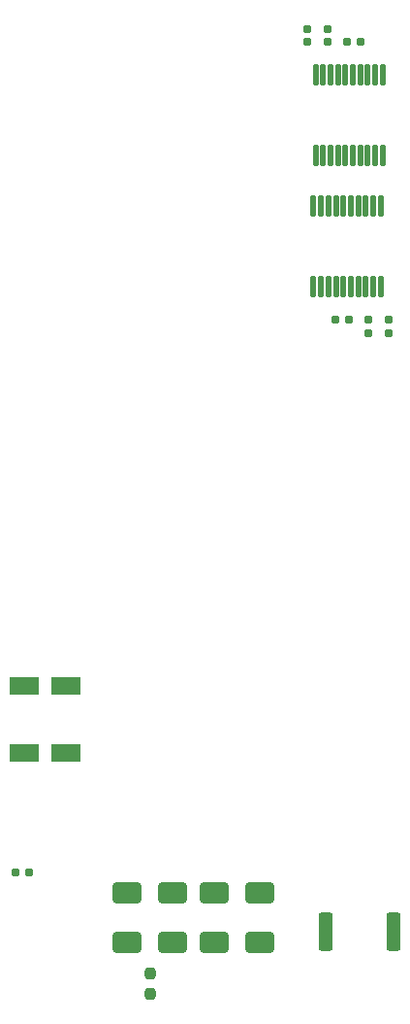
<source format=gbr>
%TF.GenerationSoftware,KiCad,Pcbnew,8.0.0*%
%TF.CreationDate,2024-02-27T14:42:45+08:00*%
%TF.ProjectId,esp32_temperature_controller,65737033-325f-4746-956d-706572617475,rev?*%
%TF.SameCoordinates,PX50e7ea0PY815a420*%
%TF.FileFunction,Paste,Bot*%
%TF.FilePolarity,Positive*%
%FSLAX46Y46*%
G04 Gerber Fmt 4.6, Leading zero omitted, Abs format (unit mm)*
G04 Created by KiCad (PCBNEW 8.0.0) date 2024-02-27 14:42:45*
%MOMM*%
%LPD*%
G01*
G04 APERTURE LIST*
G04 Aperture macros list*
%AMRoundRect*
0 Rectangle with rounded corners*
0 $1 Rounding radius*
0 $2 $3 $4 $5 $6 $7 $8 $9 X,Y pos of 4 corners*
0 Add a 4 corners polygon primitive as box body*
4,1,4,$2,$3,$4,$5,$6,$7,$8,$9,$2,$3,0*
0 Add four circle primitives for the rounded corners*
1,1,$1+$1,$2,$3*
1,1,$1+$1,$4,$5*
1,1,$1+$1,$6,$7*
1,1,$1+$1,$8,$9*
0 Add four rect primitives between the rounded corners*
20,1,$1+$1,$2,$3,$4,$5,0*
20,1,$1+$1,$4,$5,$6,$7,0*
20,1,$1+$1,$6,$7,$8,$9,0*
20,1,$1+$1,$8,$9,$2,$3,0*%
G04 Aperture macros list end*
%ADD10RoundRect,0.160000X-0.197500X-0.160000X0.197500X-0.160000X0.197500X0.160000X-0.197500X0.160000X0*%
%ADD11RoundRect,0.250000X-0.362500X-1.425000X0.362500X-1.425000X0.362500X1.425000X-0.362500X1.425000X0*%
%ADD12RoundRect,0.155000X0.155000X-0.212500X0.155000X0.212500X-0.155000X0.212500X-0.155000X-0.212500X0*%
%ADD13RoundRect,0.160000X0.197500X0.160000X-0.197500X0.160000X-0.197500X-0.160000X0.197500X-0.160000X0*%
%ADD14RoundRect,0.250000X-1.000000X-0.650000X1.000000X-0.650000X1.000000X0.650000X-1.000000X0.650000X0*%
%ADD15RoundRect,0.250000X-1.050000X-0.550000X1.050000X-0.550000X1.050000X0.550000X-1.050000X0.550000X0*%
%ADD16RoundRect,0.125000X-0.125000X0.825000X-0.125000X-0.825000X0.125000X-0.825000X0.125000X0.825000X0*%
%ADD17RoundRect,0.155000X-0.155000X0.212500X-0.155000X-0.212500X0.155000X-0.212500X0.155000X0.212500X0*%
%ADD18RoundRect,0.125000X0.125000X-0.825000X0.125000X0.825000X-0.125000X0.825000X-0.125000X-0.825000X0*%
%ADD19RoundRect,0.237500X0.237500X-0.250000X0.237500X0.250000X-0.237500X0.250000X-0.237500X-0.250000X0*%
G04 APERTURE END LIST*
D10*
%TO.C,R8*%
X30391500Y70336000D03*
X31586500Y70336000D03*
%TD*%
D11*
%TO.C,R5*%
X29551500Y16936000D03*
X35476500Y16936000D03*
%TD*%
D12*
%TO.C,C6*%
X33339000Y69158500D03*
X33339000Y70293500D03*
%TD*%
%TO.C,C7*%
X35089000Y69158500D03*
X35089000Y70293500D03*
%TD*%
D13*
%TO.C,R7*%
X32661500Y94486000D03*
X31466500Y94486000D03*
%TD*%
D14*
%TO.C,D4*%
X12224000Y16002000D03*
X16224000Y16002000D03*
%TD*%
D15*
%TO.C,C2*%
X3280000Y38362000D03*
X6880000Y38362000D03*
%TD*%
D14*
%TO.C,D3*%
X12224000Y20320000D03*
X16224000Y20320000D03*
%TD*%
D16*
%TO.C,U1*%
X28689000Y91636000D03*
X29339000Y91636000D03*
X29989000Y91636000D03*
X30639000Y91636000D03*
X31289000Y91636000D03*
X31939000Y91636000D03*
X32589000Y91636000D03*
X33239000Y91636000D03*
X33889000Y91636000D03*
X34539000Y91636000D03*
X34539000Y84636000D03*
X33889000Y84636000D03*
X33239000Y84636000D03*
X32589000Y84636000D03*
X31939000Y84636000D03*
X31289000Y84636000D03*
X30639000Y84636000D03*
X29989000Y84636000D03*
X29339000Y84636000D03*
X28689000Y84636000D03*
%TD*%
D17*
%TO.C,C4*%
X27964000Y95653500D03*
X27964000Y94518500D03*
%TD*%
D18*
%TO.C,U2*%
X34364000Y73186000D03*
X33714000Y73186000D03*
X33064000Y73186000D03*
X32414000Y73186000D03*
X31764000Y73186000D03*
X31114000Y73186000D03*
X30464000Y73186000D03*
X29814000Y73186000D03*
X29164000Y73186000D03*
X28514000Y73186000D03*
X28514000Y80186000D03*
X29164000Y80186000D03*
X29814000Y80186000D03*
X30464000Y80186000D03*
X31114000Y80186000D03*
X31764000Y80186000D03*
X32414000Y80186000D03*
X33064000Y80186000D03*
X33714000Y80186000D03*
X34364000Y80186000D03*
%TD*%
D14*
%TO.C,D2*%
X19844000Y16002000D03*
X23844000Y16002000D03*
%TD*%
D19*
%TO.C,R2*%
X14224000Y11533500D03*
X14224000Y13358500D03*
%TD*%
D15*
%TO.C,C1*%
X3280000Y32512000D03*
X6880000Y32512000D03*
%TD*%
D17*
%TO.C,C3*%
X29714000Y95653500D03*
X29714000Y94518500D03*
%TD*%
D14*
%TO.C,D1*%
X19844000Y20320000D03*
X23844000Y20320000D03*
%TD*%
D13*
%TO.C,R3*%
X3645500Y22098000D03*
X2450500Y22098000D03*
%TD*%
M02*

</source>
